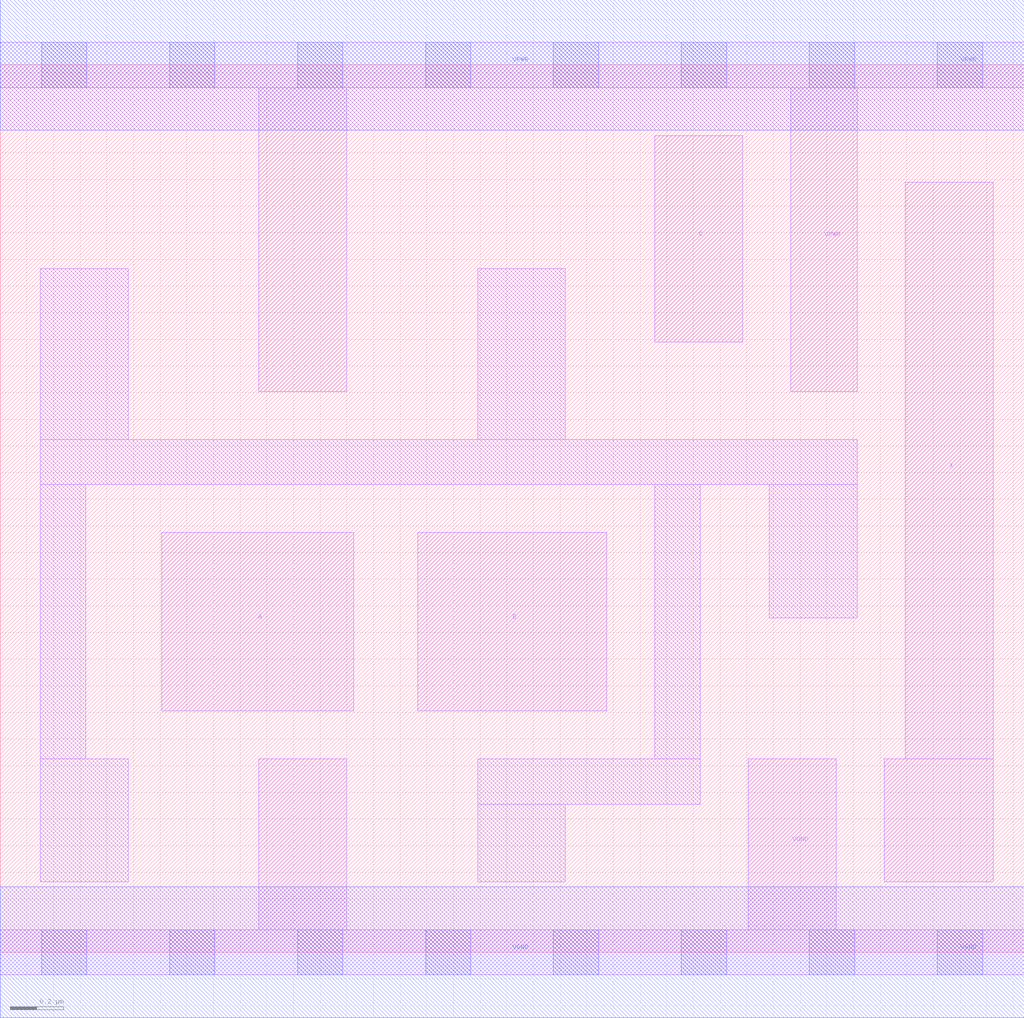
<source format=lef>
# Copyright 2020 The SkyWater PDK Authors
#
# Licensed under the Apache License, Version 2.0 (the "License");
# you may not use this file except in compliance with the License.
# You may obtain a copy of the License at
#
#     https://www.apache.org/licenses/LICENSE-2.0
#
# Unless required by applicable law or agreed to in writing, software
# distributed under the License is distributed on an "AS IS" BASIS,
# WITHOUT WARRANTIES OR CONDITIONS OF ANY KIND, either express or implied.
# See the License for the specific language governing permissions and
# limitations under the License.
#
# SPDX-License-Identifier: Apache-2.0

VERSION 5.7 ;
  NAMESCASESENSITIVE ON ;
  NOWIREEXTENSIONATPIN ON ;
  DIVIDERCHAR "/" ;
  BUSBITCHARS "[]" ;
UNITS
  DATABASE MICRONS 200 ;
END UNITS
MACRO sky130_fd_sc_lp__maj3_m
  CLASS CORE ;
  SOURCE USER ;
  FOREIGN sky130_fd_sc_lp__maj3_m ;
  ORIGIN  0.000000  0.000000 ;
  SIZE  3.840000 BY  3.330000 ;
  SYMMETRY X Y R90 ;
  SITE unit ;
  PIN A
    ANTENNAGATEAREA  0.252000 ;
    DIRECTION INPUT ;
    USE SIGNAL ;
    PORT
      LAYER li1 ;
        RECT 0.605000 0.905000 1.325000 1.575000 ;
    END
  END A
  PIN B
    ANTENNAGATEAREA  0.252000 ;
    DIRECTION INPUT ;
    USE SIGNAL ;
    PORT
      LAYER li1 ;
        RECT 1.565000 0.905000 2.275000 1.575000 ;
    END
  END B
  PIN C
    ANTENNAGATEAREA  0.252000 ;
    DIRECTION INPUT ;
    USE SIGNAL ;
    PORT
      LAYER li1 ;
        RECT 2.455000 2.290000 2.785000 3.065000 ;
    END
  END C
  PIN X
    ANTENNADIFFAREA  0.239400 ;
    DIRECTION OUTPUT ;
    USE SIGNAL ;
    PORT
      LAYER li1 ;
        RECT 3.315000 0.265000 3.725000 0.725000 ;
        RECT 3.395000 0.725000 3.725000 2.890000 ;
    END
  END X
  PIN VGND
    DIRECTION INOUT ;
    USE GROUND ;
    PORT
      LAYER li1 ;
        RECT 0.000000 -0.085000 3.840000 0.085000 ;
        RECT 0.970000  0.085000 1.300000 0.725000 ;
        RECT 2.805000  0.085000 3.135000 0.725000 ;
      LAYER mcon ;
        RECT 0.155000 -0.085000 0.325000 0.085000 ;
        RECT 0.635000 -0.085000 0.805000 0.085000 ;
        RECT 1.115000 -0.085000 1.285000 0.085000 ;
        RECT 1.595000 -0.085000 1.765000 0.085000 ;
        RECT 2.075000 -0.085000 2.245000 0.085000 ;
        RECT 2.555000 -0.085000 2.725000 0.085000 ;
        RECT 3.035000 -0.085000 3.205000 0.085000 ;
        RECT 3.515000 -0.085000 3.685000 0.085000 ;
      LAYER met1 ;
        RECT 0.000000 -0.245000 3.840000 0.245000 ;
    END
  END VGND
  PIN VPWR
    DIRECTION INOUT ;
    USE POWER ;
    PORT
      LAYER li1 ;
        RECT 0.000000 3.245000 3.840000 3.415000 ;
        RECT 0.970000 2.105000 1.300000 3.245000 ;
        RECT 2.965000 2.105000 3.215000 3.245000 ;
      LAYER mcon ;
        RECT 0.155000 3.245000 0.325000 3.415000 ;
        RECT 0.635000 3.245000 0.805000 3.415000 ;
        RECT 1.115000 3.245000 1.285000 3.415000 ;
        RECT 1.595000 3.245000 1.765000 3.415000 ;
        RECT 2.075000 3.245000 2.245000 3.415000 ;
        RECT 2.555000 3.245000 2.725000 3.415000 ;
        RECT 3.035000 3.245000 3.205000 3.415000 ;
        RECT 3.515000 3.245000 3.685000 3.415000 ;
      LAYER met1 ;
        RECT 0.000000 3.085000 3.840000 3.575000 ;
    END
  END VPWR
  OBS
    LAYER li1 ;
      RECT 0.150000 0.265000 0.480000 0.725000 ;
      RECT 0.150000 0.725000 0.320000 1.755000 ;
      RECT 0.150000 1.755000 3.215000 1.925000 ;
      RECT 0.150000 1.925000 0.480000 2.565000 ;
      RECT 1.790000 0.265000 2.120000 0.555000 ;
      RECT 1.790000 0.555000 2.625000 0.725000 ;
      RECT 1.790000 1.925000 2.120000 2.565000 ;
      RECT 2.455000 0.725000 2.625000 1.755000 ;
      RECT 2.885000 1.255000 3.215000 1.755000 ;
  END
END sky130_fd_sc_lp__maj3_m

</source>
